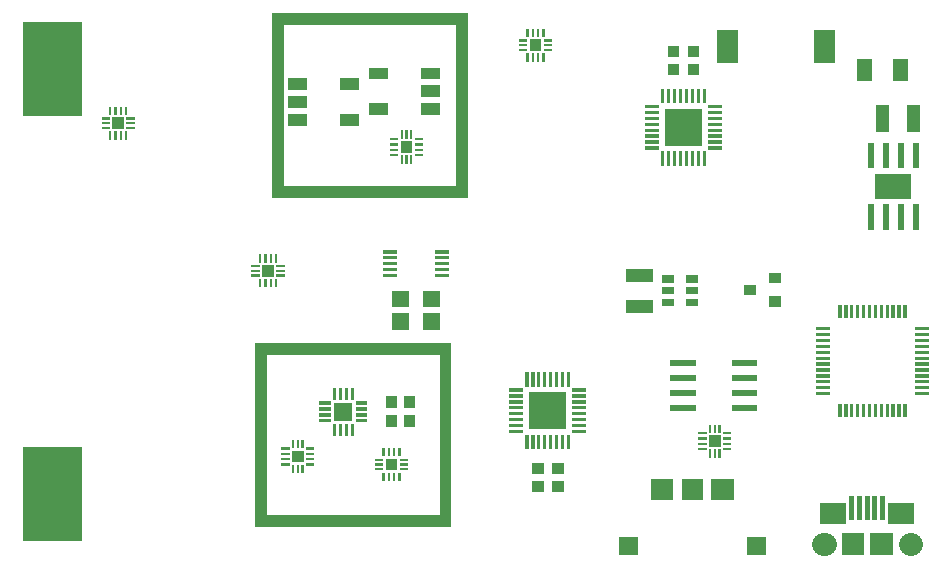
<source format=gtp>
G04 start of page 12 for group -4015 idx -4015 *
G04 Title: v2_0, toppaste *
G04 Creator: pcb 4.2.0 *
G04 CreationDate: Tue Sep 24 08:28:18 2019 UTC *
G04 For: user *
G04 Format: Gerber/RS-274X *
G04 PCB-Dimensions (mm): 140.00 90.00 *
G04 PCB-Coordinate-Origin: lower left *
%MOMM*%
%FSLAX43Y43*%
%LNGTP*%
%ADD148C,1.950*%
%ADD147C,0.002*%
G54D147*G36*
X64300Y30600D02*Y29700D01*
X65300D01*
Y30600D01*
X64300D01*
G37*
G36*
Y32100D02*Y31200D01*
X65300D01*
Y32100D01*
X64300D01*
G37*
G36*
X62600Y30600D02*Y29700D01*
X63600D01*
Y30600D01*
X62600D01*
G37*
G36*
Y32100D02*Y31200D01*
X63600D01*
Y32100D01*
X62600D01*
G37*
G36*
X39200Y42300D02*Y41300D01*
X55800D01*
Y42300D01*
X39200D01*
G37*
G36*
X55800D02*X54800D01*
Y26700D01*
X55800D01*
Y42300D01*
G37*
G36*
X39200Y27700D02*Y26700D01*
X55800D01*
Y27700D01*
X39200D01*
G37*
G36*
X40200Y42300D02*X39200D01*
Y26700D01*
X40200D01*
Y42300D01*
G37*
G36*
X46040Y35400D02*X45760Y35400D01*
X45760Y34410D01*
X46040Y34410D01*
X46040Y35400D01*
G37*
G36*
X46540Y35400D02*X46260Y35400D01*
X46260Y34410D01*
X46540Y34410D01*
X46540Y35400D01*
G37*
G36*
X47040Y35400D02*X46760Y35400D01*
X46760Y34410D01*
X47040Y34410D01*
X47040Y35400D01*
G37*
G36*
X47540Y35400D02*X47260Y35400D01*
X47260Y34410D01*
X47540Y34410D01*
X47540Y35400D01*
G37*
G36*
X47700Y35840D02*X47700Y35560D01*
X48690Y35560D01*
X48690Y35840D01*
X47700Y35840D01*
G37*
G36*
X47700Y36340D02*X47700Y36060D01*
X48690Y36060D01*
X48690Y36340D01*
X47700Y36340D01*
G37*
G36*
X48690Y36560D02*X48690Y36840D01*
X47700Y36840D01*
X47700Y36560D01*
X48690Y36560D01*
G37*
G36*
X48690Y37060D02*X48690Y37340D01*
X47700Y37340D01*
X47700Y37060D01*
X48690Y37060D01*
G37*
G36*
X47540Y38490D02*X47260Y38490D01*
X47260Y37500D01*
X47540Y37500D01*
X47540Y38490D01*
G37*
G36*
X47040Y38490D02*X46760Y38490D01*
X46760Y37500D01*
X47040Y37500D01*
X47040Y38490D01*
G37*
G36*
X46540Y38490D02*X46260Y38490D01*
X46260Y37500D01*
X46540Y37500D01*
X46540Y38490D01*
G37*
G36*
X46040Y38490D02*X45760Y38490D01*
X45760Y37500D01*
X46040Y37500D01*
X46040Y38490D01*
G37*
G36*
X44610Y37340D02*X44610Y37060D01*
X45600Y37060D01*
X45600Y37340D01*
X44610Y37340D01*
G37*
G36*
X44610Y36840D02*X44610Y36560D01*
X45600Y36560D01*
X45600Y36840D01*
X44610Y36840D01*
G37*
G36*
X45600Y36060D02*X45600Y36340D01*
X44610Y36340D01*
X44610Y36060D01*
X45600Y36060D01*
G37*
G36*
X45600Y35560D02*X45600Y35840D01*
X44610Y35840D01*
X44610Y35560D01*
X45600Y35560D01*
G37*
G36*
X45900Y37200D02*Y35700D01*
X47400D01*
Y37200D01*
X45900D01*
G37*
G36*
X52700Y36200D02*X51800D01*
Y35200D01*
X52700D01*
Y36200D01*
G37*
G36*
X51200D02*X50300D01*
Y35200D01*
X51200D01*
Y36200D01*
G37*
G36*
X52700Y37800D02*X51800D01*
Y36800D01*
X52700D01*
Y37800D01*
G37*
G36*
X51200D02*X50300D01*
Y36800D01*
X51200D01*
Y37800D01*
G37*
G36*
X51500Y31300D02*X51300D01*
Y30600D01*
X51500D01*
Y31300D01*
G37*
G36*
X51050D02*X50850D01*
Y30600D01*
X51050D01*
Y31300D01*
G37*
G36*
X50600D02*X50400D01*
Y30600D01*
X50600D01*
Y31300D01*
G37*
G36*
X50150D02*X49950D01*
Y30600D01*
X50150D01*
Y31300D01*
G37*
G36*
X51500Y33400D02*X51300D01*
Y32700D01*
X51500D01*
Y33400D01*
G37*
G36*
X51050D02*X50850D01*
Y32700D01*
X51050D01*
Y33400D01*
G37*
G36*
X50600D02*X50400D01*
Y32700D01*
X50600D01*
Y33400D01*
G37*
G36*
X50150D02*X49950D01*
Y32700D01*
X50150D01*
Y33400D01*
G37*
G36*
X49320Y32500D02*Y32300D01*
X50020D01*
Y32500D01*
X49320D01*
G37*
G36*
Y32100D02*Y31900D01*
X50020D01*
Y32100D01*
X49320D01*
G37*
G36*
Y31700D02*Y31500D01*
X50020D01*
Y31700D01*
X49320D01*
G37*
G36*
X51420Y32500D02*Y32300D01*
X52120D01*
Y32500D01*
X51420D01*
G37*
G36*
Y32100D02*Y31900D01*
X52120D01*
Y32100D01*
X51420D01*
G37*
G36*
Y31700D02*Y31500D01*
X52120D01*
Y31700D01*
X51420D01*
G37*
G36*
X50220Y32500D02*Y31500D01*
X51220D01*
Y32500D01*
X50220D01*
G37*
G36*
X41400Y32100D02*Y31900D01*
X42100D01*
Y32100D01*
X41400D01*
G37*
G36*
Y32550D02*Y32350D01*
X42100D01*
Y32550D01*
X41400D01*
G37*
G36*
Y33000D02*Y32800D01*
X42100D01*
Y33000D01*
X41400D01*
G37*
G36*
Y33450D02*Y33250D01*
X42100D01*
Y33450D01*
X41400D01*
G37*
G36*
X43500Y32100D02*Y31900D01*
X44200D01*
Y32100D01*
X43500D01*
G37*
G36*
Y32550D02*Y32350D01*
X44200D01*
Y32550D01*
X43500D01*
G37*
G36*
Y33000D02*Y32800D01*
X44200D01*
Y33000D01*
X43500D01*
G37*
G36*
Y33450D02*Y33250D01*
X44200D01*
Y33450D01*
X43500D01*
G37*
G36*
X43300Y34080D02*X43100D01*
Y33380D01*
X43300D01*
Y34080D01*
G37*
G36*
X42900D02*X42700D01*
Y33380D01*
X42900D01*
Y34080D01*
G37*
G36*
X42500D02*X42300D01*
Y33380D01*
X42500D01*
Y34080D01*
G37*
G36*
X43300Y31980D02*X43100D01*
Y31280D01*
X43300D01*
Y31980D01*
G37*
G36*
X42900D02*X42700D01*
Y31280D01*
X42900D01*
Y31980D01*
G37*
G36*
X42500D02*X42300D01*
Y31280D01*
X42500D01*
Y31980D01*
G37*
G36*
X42300Y33180D02*Y32180D01*
X43300D01*
Y33180D01*
X42300D01*
G37*
G36*
X24500Y69500D02*X19500D01*
Y61500D01*
X24500D01*
Y69500D01*
G37*
G36*
X53200Y62600D02*Y61600D01*
X54800D01*
Y62600D01*
X53200D01*
G37*
G36*
Y64100D02*Y63100D01*
X54800D01*
Y64100D01*
X53200D01*
G37*
G36*
Y65600D02*Y64600D01*
X54800D01*
Y65600D01*
X53200D01*
G37*
G36*
X48800Y62600D02*Y61600D01*
X50400D01*
Y62600D01*
X48800D01*
G37*
G36*
Y65600D02*Y64600D01*
X50400D01*
Y65600D01*
X48800D01*
G37*
G36*
X41050Y47700D02*X40850D01*
Y47000D01*
X41050D01*
Y47700D01*
G37*
G36*
X40600D02*X40400D01*
Y47000D01*
X40600D01*
Y47700D01*
G37*
G36*
X40150D02*X39950D01*
Y47000D01*
X40150D01*
Y47700D01*
G37*
G36*
X39700D02*X39500D01*
Y47000D01*
X39700D01*
Y47700D01*
G37*
G36*
X41050Y49800D02*X40850D01*
Y49100D01*
X41050D01*
Y49800D01*
G37*
G36*
X40600D02*X40400D01*
Y49100D01*
X40600D01*
Y49800D01*
G37*
G36*
X40150D02*X39950D01*
Y49100D01*
X40150D01*
Y49800D01*
G37*
G36*
X39700D02*X39500D01*
Y49100D01*
X39700D01*
Y49800D01*
G37*
G36*
X38870Y48900D02*Y48700D01*
X39570D01*
Y48900D01*
X38870D01*
G37*
G36*
Y48500D02*Y48300D01*
X39570D01*
Y48500D01*
X38870D01*
G37*
G36*
Y48100D02*Y47900D01*
X39570D01*
Y48100D01*
X38870D01*
G37*
G36*
X40970Y48900D02*Y48700D01*
X41670D01*
Y48900D01*
X40970D01*
G37*
G36*
Y48500D02*Y48300D01*
X41670D01*
Y48500D01*
X40970D01*
G37*
G36*
Y48100D02*Y47900D01*
X41670D01*
Y48100D01*
X40970D01*
G37*
G36*
X39770Y48900D02*Y47900D01*
X40770D01*
Y48900D01*
X39770D01*
G37*
G36*
X50800Y46700D02*Y45300D01*
X52200D01*
Y46700D01*
X50800D01*
G37*
G36*
X53400D02*Y45300D01*
X54800D01*
Y46700D01*
X53400D01*
G37*
G36*
Y44800D02*Y43400D01*
X54800D01*
Y44800D01*
X53400D01*
G37*
G36*
X50800D02*Y43400D01*
X52200D01*
Y44800D01*
X50800D01*
G37*
G36*
X54410Y48140D02*Y47860D01*
X55590D01*
Y48140D01*
X54410D01*
G37*
G36*
Y48640D02*Y48360D01*
X55590D01*
Y48640D01*
X54410D01*
G37*
G36*
Y49140D02*Y48860D01*
X55590D01*
Y49140D01*
X54410D01*
G37*
G36*
Y49640D02*Y49360D01*
X55590D01*
Y49640D01*
X54410D01*
G37*
G36*
Y50140D02*Y49860D01*
X55590D01*
Y50140D01*
X54410D01*
G37*
G36*
X50010Y48140D02*Y47860D01*
X51190D01*
Y48140D01*
X50010D01*
G37*
G36*
Y48640D02*Y48360D01*
X51190D01*
Y48640D01*
X50010D01*
G37*
G36*
Y49140D02*Y48860D01*
X51190D01*
Y49140D01*
X50010D01*
G37*
G36*
Y49640D02*Y49360D01*
X51190D01*
Y49640D01*
X50010D01*
G37*
G36*
Y50140D02*Y49860D01*
X51190D01*
Y50140D01*
X50010D01*
G37*
G36*
X63700Y66800D02*X63500D01*
Y66100D01*
X63700D01*
Y66800D01*
G37*
G36*
X63250D02*X63050D01*
Y66100D01*
X63250D01*
Y66800D01*
G37*
G36*
X62800D02*X62600D01*
Y66100D01*
X62800D01*
Y66800D01*
G37*
G36*
X62350D02*X62150D01*
Y66100D01*
X62350D01*
Y66800D01*
G37*
G36*
X63700Y68900D02*X63500D01*
Y68200D01*
X63700D01*
Y68900D01*
G37*
G36*
X63250D02*X63050D01*
Y68200D01*
X63250D01*
Y68900D01*
G37*
G36*
X62800D02*X62600D01*
Y68200D01*
X62800D01*
Y68900D01*
G37*
G36*
X62350D02*X62150D01*
Y68200D01*
X62350D01*
Y68900D01*
G37*
G36*
X61520Y68000D02*Y67800D01*
X62220D01*
Y68000D01*
X61520D01*
G37*
G36*
Y67600D02*Y67400D01*
X62220D01*
Y67600D01*
X61520D01*
G37*
G36*
Y67200D02*Y67000D01*
X62220D01*
Y67200D01*
X61520D01*
G37*
G36*
X63620Y68000D02*Y67800D01*
X64320D01*
Y68000D01*
X63620D01*
G37*
G36*
Y67600D02*Y67400D01*
X64320D01*
Y67600D01*
X63620D01*
G37*
G36*
Y67200D02*Y67000D01*
X64320D01*
Y67200D01*
X63620D01*
G37*
G36*
X62420Y68000D02*Y67000D01*
X63420D01*
Y68000D01*
X62420D01*
G37*
G36*
X74100Y67400D02*Y66500D01*
X75100D01*
Y67400D01*
X74100D01*
G37*
G36*
Y65900D02*Y65000D01*
X75100D01*
Y65900D01*
X74100D01*
G37*
G36*
X75800Y67400D02*Y66500D01*
X76800D01*
Y67400D01*
X75800D01*
G37*
G36*
Y65900D02*Y65000D01*
X76800D01*
Y65900D01*
X75800D01*
G37*
G36*
X72200Y62440D02*X72200Y62160D01*
X73400Y62160D01*
X73400Y62440D01*
X72200Y62440D01*
G37*
G36*
X72200Y61940D02*X72200Y61660D01*
X73400Y61660D01*
X73400Y61940D01*
X72200Y61940D01*
G37*
G36*
X72200Y61440D02*X72200Y61160D01*
X73400Y61160D01*
X73400Y61440D01*
X72200Y61440D01*
G37*
G36*
X72200Y60940D02*X72200Y60660D01*
X73400Y60660D01*
X73400Y60940D01*
X72200Y60940D01*
G37*
G36*
X72200Y60440D02*X72200Y60160D01*
X73400Y60160D01*
X73400Y60440D01*
X72200Y60440D01*
G37*
G36*
X72200Y59940D02*Y59660D01*
X73400D01*
Y59940D01*
X72200D01*
G37*
G36*
X72200Y59440D02*X72200Y59160D01*
X73400Y59160D01*
X73400Y59440D01*
X72200Y59440D01*
G37*
G36*
X72200Y58940D02*Y58660D01*
X73400D01*
Y58940D01*
X72200D01*
G37*
G36*
X73840Y58500D02*X73560Y58500D01*
X73560Y57300D01*
X73840Y57300D01*
X73840Y58500D01*
G37*
G36*
X74340Y58500D02*X74060Y58500D01*
X74060Y57300D01*
X74340Y57300D01*
X74340Y58500D01*
G37*
G36*
X74840Y58500D02*X74560Y58500D01*
X74560Y57300D01*
X74840Y57300D01*
X74840Y58500D01*
G37*
G36*
X75340Y58500D02*X75060Y58500D01*
X75060Y57300D01*
X75340Y57300D01*
X75340Y58500D01*
G37*
G36*
X75840Y58500D02*X75560Y58500D01*
X75560Y57300D01*
X75840Y57300D01*
X75840Y58500D01*
G37*
G36*
X76340Y58500D02*X76060D01*
Y57300D01*
X76340D01*
Y58500D01*
G37*
G36*
X76840Y58500D02*X76560Y58500D01*
X76560Y57300D01*
X76840Y57300D01*
X76840Y58500D01*
G37*
G36*
X77340Y58500D02*X77060D01*
Y57300D01*
X77340D01*
Y58500D01*
G37*
G36*
X73900Y62100D02*Y59000D01*
X77000D01*
Y62100D01*
X73900D01*
G37*
G36*
X73840Y63800D02*X73560Y63800D01*
X73560Y62600D01*
X73840Y62600D01*
X73840Y63800D01*
G37*
G36*
X74340Y63800D02*X74060Y63800D01*
X74060Y62600D01*
X74340Y62600D01*
X74340Y63800D01*
G37*
G36*
X74840Y63800D02*X74560Y63800D01*
X74560Y62600D01*
X74840Y62600D01*
X74840Y63800D01*
G37*
G36*
X75340Y63800D02*X75060Y63800D01*
X75060Y62600D01*
X75340Y62600D01*
X75340Y63800D01*
G37*
G36*
X75840Y63800D02*X75560Y63800D01*
X75560Y62600D01*
X75840Y62600D01*
X75840Y63800D01*
G37*
G36*
X76340Y63800D02*X76060D01*
Y62600D01*
X76340D01*
Y63800D01*
G37*
G36*
X76840Y63800D02*X76560Y63800D01*
X76560Y62600D01*
X76840Y62600D01*
X76840Y63800D01*
G37*
G36*
X77340Y63800D02*X77060Y63800D01*
X77060Y62600D01*
X77340Y62600D01*
X77340Y63800D01*
G37*
G36*
X77500Y62440D02*X77500Y62160D01*
X78700Y62160D01*
X78700Y62440D01*
X77500Y62440D01*
G37*
G36*
X77500Y61940D02*X77500Y61660D01*
X78700Y61660D01*
X78700Y61940D01*
X77500Y61940D01*
G37*
G36*
X77500Y61440D02*X77500Y61160D01*
X78700Y61160D01*
X78700Y61440D01*
X77500Y61440D01*
G37*
G36*
X77500Y60940D02*X77500Y60660D01*
X78700Y60660D01*
X78700Y60940D01*
X77500Y60940D01*
G37*
G36*
X77500Y60440D02*X77500Y60160D01*
X78700Y60160D01*
X78700Y60440D01*
X77500Y60440D01*
G37*
G36*
X77500Y59940D02*Y59660D01*
X78700D01*
Y59940D01*
X77500D01*
G37*
G36*
X77500Y59440D02*X77500Y59160D01*
X78700Y59160D01*
X78700Y59440D01*
X77500Y59440D01*
G37*
G36*
X77500Y58940D02*X77500Y58660D01*
X78700Y58660D01*
X78700Y58940D01*
X77500Y58940D01*
G37*
G36*
X66000Y34940D02*X66000Y34660D01*
X67200Y34660D01*
X67200Y34940D01*
X66000Y34940D01*
G37*
G36*
X66000Y35440D02*X66000Y35160D01*
X67200Y35160D01*
X67200Y35440D01*
X66000Y35440D01*
G37*
G36*
X66000Y35940D02*X66000Y35660D01*
X67200Y35660D01*
X67200Y35940D01*
X66000Y35940D01*
G37*
G36*
X66000Y36440D02*X66000Y36160D01*
X67200Y36160D01*
X67200Y36440D01*
X66000Y36440D01*
G37*
G36*
X66000Y36940D02*X66000Y36660D01*
X67200Y36660D01*
X67200Y36940D01*
X66000Y36940D01*
G37*
G36*
X66000Y37440D02*Y37160D01*
X67200D01*
Y37440D01*
X66000D01*
G37*
G36*
X66000Y37940D02*X66000Y37660D01*
X67200Y37660D01*
X67200Y37940D01*
X66000Y37940D01*
G37*
G36*
X66000Y38440D02*Y38160D01*
X67200D01*
Y38440D01*
X66000D01*
G37*
G36*
X65840Y39800D02*X65560Y39800D01*
X65560Y38600D01*
X65840Y38600D01*
X65840Y39800D01*
G37*
G36*
X65340Y39800D02*X65060Y39800D01*
X65060Y38600D01*
X65340Y38600D01*
X65340Y39800D01*
G37*
G36*
X64840Y39800D02*X64560Y39800D01*
X64560Y38600D01*
X64840Y38600D01*
X64840Y39800D01*
G37*
G36*
X64340Y39800D02*X64060Y39800D01*
X64060Y38600D01*
X64340Y38600D01*
X64340Y39800D01*
G37*
G36*
X63840Y39800D02*X63560Y39800D01*
X63560Y38600D01*
X63840Y38600D01*
X63840Y39800D01*
G37*
G36*
X63340Y39800D02*X63060D01*
Y38600D01*
X63340D01*
Y39800D01*
G37*
G36*
X62840Y39800D02*X62560Y39800D01*
X62560Y38600D01*
X62840Y38600D01*
X62840Y39800D01*
G37*
G36*
X62340Y39800D02*X62060D01*
Y38600D01*
X62340D01*
Y39800D01*
G37*
G36*
X62400Y38100D02*Y35000D01*
X65500D01*
Y38100D01*
X62400D01*
G37*
G36*
X65840Y34500D02*X65560Y34500D01*
X65560Y33300D01*
X65840Y33300D01*
X65840Y34500D01*
G37*
G36*
X65340Y34500D02*X65060Y34500D01*
X65060Y33300D01*
X65340Y33300D01*
X65340Y34500D01*
G37*
G36*
X64840Y34500D02*X64560Y34500D01*
X64560Y33300D01*
X64840Y33300D01*
X64840Y34500D01*
G37*
G36*
X64340Y34500D02*X64060Y34500D01*
X64060Y33300D01*
X64340Y33300D01*
X64340Y34500D01*
G37*
G36*
X63840Y34500D02*X63560Y34500D01*
X63560Y33300D01*
X63840Y33300D01*
X63840Y34500D01*
G37*
G36*
X63340Y34500D02*X63060D01*
Y33300D01*
X63340D01*
Y34500D01*
G37*
G36*
X62840Y34500D02*X62560Y34500D01*
X62560Y33300D01*
X62840Y33300D01*
X62840Y34500D01*
G37*
G36*
X62340Y34500D02*X62060Y34500D01*
X62060Y33300D01*
X62340Y33300D01*
X62340Y34500D01*
G37*
G36*
X60700Y34940D02*X60700Y34660D01*
X61900Y34660D01*
X61900Y34940D01*
X60700Y34940D01*
G37*
G36*
X60700Y35440D02*X60700Y35160D01*
X61900Y35160D01*
X61900Y35440D01*
X60700Y35440D01*
G37*
G36*
X60700Y35940D02*X60700Y35660D01*
X61900Y35660D01*
X61900Y35940D01*
X60700Y35940D01*
G37*
G36*
X60700Y36440D02*X60700Y36160D01*
X61900Y36160D01*
X61900Y36440D01*
X60700Y36440D01*
G37*
G36*
X60700Y36940D02*X60700Y36660D01*
X61900Y36660D01*
X61900Y36940D01*
X60700Y36940D01*
G37*
G36*
X60700Y37440D02*Y37160D01*
X61900D01*
Y37440D01*
X60700D01*
G37*
G36*
X60700Y37940D02*X60700Y37660D01*
X61900Y37660D01*
X61900Y37940D01*
X60700Y37940D01*
G37*
G36*
X60700Y38440D02*X60700Y38160D01*
X61900Y38160D01*
X61900Y38440D01*
X60700Y38440D01*
G37*
G36*
X94340Y45520D02*X94060D01*
Y44377D01*
X94340D01*
Y45520D01*
G37*
G36*
X93840D02*X93560D01*
Y44377D01*
X93840D01*
Y45520D01*
G37*
G36*
X93340D02*X93060D01*
Y44377D01*
X93340D01*
Y45520D01*
G37*
G36*
X92840D02*X92560D01*
Y44377D01*
X92840D01*
Y45520D01*
G37*
G36*
X92340D02*X92060D01*
Y44377D01*
X92340D01*
Y45520D01*
G37*
G36*
X91840D02*X91560D01*
Y44377D01*
X91840D01*
Y45520D01*
G37*
G36*
X91340D02*X91060D01*
Y44377D01*
X91340D01*
Y45520D01*
G37*
G36*
X90840D02*X90560D01*
Y44377D01*
X90840D01*
Y45520D01*
G37*
G36*
X90340D02*X90060D01*
Y44377D01*
X90340D01*
Y45520D01*
G37*
G36*
X89840D02*X89560D01*
Y44377D01*
X89840D01*
Y45520D01*
G37*
G36*
X89340D02*X89060D01*
Y44377D01*
X89340D01*
Y45520D01*
G37*
G36*
X88840D02*X88560D01*
Y44377D01*
X88840D01*
Y45520D01*
G37*
G36*
X86680Y43640D02*Y43360D01*
X87823D01*
Y43640D01*
X86680D01*
G37*
G36*
Y43140D02*Y42860D01*
X87823D01*
Y43140D01*
X86680D01*
G37*
G36*
Y42640D02*Y42360D01*
X87823D01*
Y42640D01*
X86680D01*
G37*
G36*
Y42140D02*Y41860D01*
X87823D01*
Y42140D01*
X86680D01*
G37*
G36*
Y41640D02*Y41360D01*
X87823D01*
Y41640D01*
X86680D01*
G37*
G36*
Y41140D02*Y40860D01*
X87823D01*
Y41140D01*
X86680D01*
G37*
G36*
Y40640D02*Y40360D01*
X87823D01*
Y40640D01*
X86680D01*
G37*
G36*
Y40140D02*Y39860D01*
X87823D01*
Y40140D01*
X86680D01*
G37*
G36*
Y39640D02*Y39360D01*
X87823D01*
Y39640D01*
X86680D01*
G37*
G36*
Y39140D02*Y38860D01*
X87823D01*
Y39140D01*
X86680D01*
G37*
G36*
Y38640D02*Y38360D01*
X87823D01*
Y38640D01*
X86680D01*
G37*
G36*
Y38140D02*Y37860D01*
X87823D01*
Y38140D01*
X86680D01*
G37*
G36*
X88840Y37123D02*X88560D01*
Y35980D01*
X88840D01*
Y37123D01*
G37*
G36*
X89340D02*X89060D01*
Y35980D01*
X89340D01*
Y37123D01*
G37*
G36*
X89840D02*X89560D01*
Y35980D01*
X89840D01*
Y37123D01*
G37*
G36*
X90340D02*X90060D01*
Y35980D01*
X90340D01*
Y37123D01*
G37*
G36*
X90840D02*X90560D01*
Y35980D01*
X90840D01*
Y37123D01*
G37*
G36*
X91340D02*X91060D01*
Y35980D01*
X91340D01*
Y37123D01*
G37*
G36*
X91840D02*X91560D01*
Y35980D01*
X91840D01*
Y37123D01*
G37*
G36*
X92340D02*X92060D01*
Y35980D01*
X92340D01*
Y37123D01*
G37*
G36*
X92840D02*X92560D01*
Y35980D01*
X92840D01*
Y37123D01*
G37*
G36*
X93340D02*X93060D01*
Y35980D01*
X93340D01*
Y37123D01*
G37*
G36*
X93840D02*X93560D01*
Y35980D01*
X93840D01*
Y37123D01*
G37*
G36*
X94340D02*X94060D01*
Y35980D01*
X94340D01*
Y37123D01*
G37*
G36*
X95077Y38140D02*Y37860D01*
X96220D01*
Y38140D01*
X95077D01*
G37*
G36*
Y38640D02*Y38360D01*
X96220D01*
Y38640D01*
X95077D01*
G37*
G36*
Y39140D02*Y38860D01*
X96220D01*
Y39140D01*
X95077D01*
G37*
G36*
Y39640D02*Y39360D01*
X96220D01*
Y39640D01*
X95077D01*
G37*
G36*
Y40140D02*Y39860D01*
X96220D01*
Y40140D01*
X95077D01*
G37*
G36*
Y40640D02*Y40360D01*
X96220D01*
Y40640D01*
X95077D01*
G37*
G36*
Y41140D02*Y40860D01*
X96220D01*
Y41140D01*
X95077D01*
G37*
G36*
Y41640D02*Y41360D01*
X96220D01*
Y41640D01*
X95077D01*
G37*
G36*
Y42140D02*Y41860D01*
X96220D01*
Y42140D01*
X95077D01*
G37*
G36*
Y42640D02*Y42360D01*
X96220D01*
Y42640D01*
X95077D01*
G37*
G36*
Y43140D02*Y42860D01*
X96220D01*
Y43140D01*
X95077D01*
G37*
G36*
Y43640D02*Y43360D01*
X96220D01*
Y43640D01*
X95077D01*
G37*
G36*
X79524Y37049D02*Y36541D01*
X81683D01*
Y37049D01*
X79524D01*
G37*
G36*
Y38319D02*Y37811D01*
X81683D01*
Y38319D01*
X79524D01*
G37*
G36*
Y39589D02*Y39081D01*
X81683D01*
Y39589D01*
X79524D01*
G37*
G36*
Y40859D02*Y40351D01*
X81683D01*
Y40859D01*
X79524D01*
G37*
G36*
X74317D02*Y40351D01*
X76476D01*
Y40859D01*
X74317D01*
G37*
G36*
Y39589D02*Y39081D01*
X76476D01*
Y39589D01*
X74317D01*
G37*
G36*
Y38319D02*Y37811D01*
X76476D01*
Y38319D01*
X74317D01*
G37*
G36*
Y37049D02*Y36541D01*
X76476D01*
Y37049D01*
X74317D01*
G37*
G36*
X76700Y33400D02*Y33200D01*
X77400D01*
Y33400D01*
X76700D01*
G37*
G36*
Y33850D02*Y33650D01*
X77400D01*
Y33850D01*
X76700D01*
G37*
G36*
Y34300D02*Y34100D01*
X77400D01*
Y34300D01*
X76700D01*
G37*
G36*
Y34750D02*Y34550D01*
X77400D01*
Y34750D01*
X76700D01*
G37*
G36*
X78800Y33400D02*Y33200D01*
X79500D01*
Y33400D01*
X78800D01*
G37*
G36*
Y33850D02*Y33650D01*
X79500D01*
Y33850D01*
X78800D01*
G37*
G36*
Y34300D02*Y34100D01*
X79500D01*
Y34300D01*
X78800D01*
G37*
G36*
Y34750D02*Y34550D01*
X79500D01*
Y34750D01*
X78800D01*
G37*
G36*
X78600Y35380D02*X78400D01*
Y34680D01*
X78600D01*
Y35380D01*
G37*
G36*
X78200D02*X78000D01*
Y34680D01*
X78200D01*
Y35380D01*
G37*
G36*
X77800D02*X77600D01*
Y34680D01*
X77800D01*
Y35380D01*
G37*
G36*
X78600Y33280D02*X78400D01*
Y32580D01*
X78600D01*
Y33280D01*
G37*
G36*
X78200D02*X78000D01*
Y32580D01*
X78200D01*
Y33280D01*
G37*
G36*
X77800D02*X77600D01*
Y32580D01*
X77800D01*
Y33280D01*
G37*
G36*
X77600Y34480D02*Y33480D01*
X78600D01*
Y34480D01*
X77600D01*
G37*
G36*
X70550Y45950D02*Y44850D01*
X72850D01*
Y45950D01*
X70550D01*
G37*
G36*
Y48550D02*Y47450D01*
X72850D01*
Y48550D01*
X70550D01*
G37*
G36*
X73592Y48005D02*Y47395D01*
X74608D01*
Y48005D01*
X73592D01*
G37*
G36*
Y47014D02*Y46405D01*
X74608D01*
Y47014D01*
X73592D01*
G37*
G36*
Y46024D02*Y45414D01*
X74608D01*
Y46024D01*
X73592D01*
G37*
G36*
X75675D02*Y45414D01*
X76691D01*
Y46024D01*
X75675D01*
G37*
G36*
Y47014D02*Y46405D01*
X76691D01*
Y47014D01*
X75675D01*
G37*
G36*
Y48005D02*Y47395D01*
X76691D01*
Y48005D01*
X75675D01*
G37*
G36*
X82692Y46232D02*Y45368D01*
X83708D01*
Y46232D01*
X82692D01*
G37*
G36*
X83708Y47349D02*X83708Y48213D01*
X82692Y48213D01*
X82692Y47349D01*
X83708Y47349D01*
G37*
G36*
X80609Y47222D02*Y46359D01*
X81625D01*
Y47222D01*
X80609D01*
G37*
G36*
X27000Y62300D02*X26800D01*
Y61600D01*
X27000D01*
Y62300D01*
G37*
G36*
X27450D02*X27250D01*
Y61600D01*
X27450D01*
Y62300D01*
G37*
G36*
X27900D02*X27700D01*
Y61600D01*
X27900D01*
Y62300D01*
G37*
G36*
X28350D02*X28150D01*
Y61600D01*
X28350D01*
Y62300D01*
G37*
G36*
X27000Y60200D02*X26800D01*
Y59500D01*
X27000D01*
Y60200D01*
G37*
G36*
X27450D02*X27250D01*
Y59500D01*
X27450D01*
Y60200D01*
G37*
G36*
X27900D02*X27700D01*
Y59500D01*
X27900D01*
Y60200D01*
G37*
G36*
X28350D02*X28150D01*
Y59500D01*
X28350D01*
Y60200D01*
G37*
G36*
X28280Y60600D02*Y60400D01*
X28980D01*
Y60600D01*
X28280D01*
G37*
G36*
Y61000D02*Y60800D01*
X28980D01*
Y61000D01*
X28280D01*
G37*
G36*
Y61400D02*Y61200D01*
X28980D01*
Y61400D01*
X28280D01*
G37*
G36*
X26180Y60600D02*Y60400D01*
X26880D01*
Y60600D01*
X26180D01*
G37*
G36*
Y61000D02*Y60800D01*
X26880D01*
Y61000D01*
X26180D01*
G37*
G36*
Y61400D02*Y61200D01*
X26880D01*
Y61400D01*
X26180D01*
G37*
G36*
X27080D02*Y60400D01*
X28080D01*
Y61400D01*
X27080D01*
G37*
G36*
X88300Y68800D02*X86500D01*
Y66000D01*
X88300D01*
Y68800D01*
G37*
G36*
X80100D02*X78300D01*
Y66000D01*
X80100D01*
Y68800D01*
G37*
G36*
X91549Y54026D02*X91041D01*
Y51867D01*
X91549D01*
Y54026D01*
G37*
G36*
X92819D02*X92311D01*
Y51867D01*
X92819D01*
Y54026D01*
G37*
G36*
X94089D02*X93581D01*
Y51867D01*
X94089D01*
Y54026D01*
G37*
G36*
X95359D02*X94851D01*
Y51867D01*
X95359D01*
Y54026D01*
G37*
G36*
Y59233D02*X94851D01*
Y57074D01*
X95359D01*
Y59233D01*
G37*
G36*
X94089D02*X93581D01*
Y57074D01*
X94089D01*
Y59233D01*
G37*
G36*
X92819D02*X92311D01*
Y57074D01*
X92819D01*
Y59233D01*
G37*
G36*
X91549D02*X91041D01*
Y57074D01*
X91549D01*
Y59233D01*
G37*
G36*
X91700Y56600D02*Y54500D01*
X94700D01*
Y56600D01*
X91700D01*
G37*
G36*
X92850Y62450D02*X91750D01*
Y60150D01*
X92850D01*
Y62450D01*
G37*
G36*
X95450D02*X94350D01*
Y60150D01*
X95450D01*
Y62450D01*
G37*
G36*
X80800Y25900D02*Y24300D01*
X82400D01*
Y25900D01*
X80800D01*
G37*
G36*
X70000D02*Y24300D01*
X71600D01*
Y25900D01*
X70000D01*
G37*
G36*
X77800Y30800D02*Y29000D01*
X79700D01*
Y30800D01*
X77800D01*
G37*
G36*
X72700D02*Y29000D01*
X74600D01*
Y30800D01*
X72700D01*
G37*
G36*
X75300D02*Y29000D01*
X77100D01*
Y30800D01*
X75300D01*
G37*
G36*
X24500Y33500D02*X19500D01*
Y25500D01*
X24500D01*
Y33500D01*
G37*
G36*
X94450Y66350D02*X93150D01*
Y64450D01*
X94450D01*
Y66350D01*
G37*
G36*
X91450D02*X90150D01*
Y64450D01*
X91450D01*
Y66350D01*
G37*
G36*
X50600Y58300D02*Y58100D01*
X51300D01*
Y58300D01*
X50600D01*
G37*
G36*
Y58750D02*Y58550D01*
X51300D01*
Y58750D01*
X50600D01*
G37*
G36*
Y59200D02*Y59000D01*
X51300D01*
Y59200D01*
X50600D01*
G37*
G36*
Y59650D02*Y59450D01*
X51300D01*
Y59650D01*
X50600D01*
G37*
G36*
X52700Y58300D02*Y58100D01*
X53400D01*
Y58300D01*
X52700D01*
G37*
G36*
Y58750D02*Y58550D01*
X53400D01*
Y58750D01*
X52700D01*
G37*
G36*
Y59200D02*Y59000D01*
X53400D01*
Y59200D01*
X52700D01*
G37*
G36*
Y59650D02*Y59450D01*
X53400D01*
Y59650D01*
X52700D01*
G37*
G36*
X52500Y60280D02*X52300D01*
Y59580D01*
X52500D01*
Y60280D01*
G37*
G36*
X52100D02*X51900D01*
Y59580D01*
X52100D01*
Y60280D01*
G37*
G36*
X51700D02*X51500D01*
Y59580D01*
X51700D01*
Y60280D01*
G37*
G36*
X52500Y58180D02*X52300D01*
Y57480D01*
X52500D01*
Y58180D01*
G37*
G36*
X52100D02*X51900D01*
Y57480D01*
X52100D01*
Y58180D01*
G37*
G36*
X51700D02*X51500D01*
Y57480D01*
X51700D01*
Y58180D01*
G37*
G36*
X51500Y59380D02*Y58380D01*
X52500D01*
Y59380D01*
X51500D01*
G37*
G36*
X40600Y70200D02*Y69200D01*
X57200D01*
Y70200D01*
X40600D01*
G37*
G36*
X57200D02*X56200D01*
Y54600D01*
X57200D01*
Y70200D01*
G37*
G36*
X40600Y55600D02*Y54600D01*
X57200D01*
Y55600D01*
X40600D01*
G37*
G36*
X41600Y70200D02*X40600D01*
Y54600D01*
X41600D01*
Y70200D01*
G37*
G36*
X42000Y64700D02*Y63700D01*
X43600D01*
Y64700D01*
X42000D01*
G37*
G36*
Y63200D02*Y62200D01*
X43600D01*
Y63200D01*
X42000D01*
G37*
G36*
Y61700D02*Y60700D01*
X43600D01*
Y61700D01*
X42000D01*
G37*
G36*
X46400Y64700D02*Y63700D01*
X48000D01*
Y64700D01*
X46400D01*
G37*
G36*
Y61700D02*Y60700D01*
X48000D01*
Y61700D01*
X46400D01*
G37*
G36*
X89900Y29300D02*X89500D01*
Y27300D01*
X89900D01*
Y29300D01*
G37*
G36*
X92500D02*X92100D01*
Y27300D01*
X92500D01*
Y29300D01*
G37*
G36*
X90550D02*X90150D01*
Y27300D01*
X90550D01*
Y29300D01*
G37*
G36*
X91850D02*X91450D01*
Y27300D01*
X91850D01*
Y29300D01*
G37*
G36*
X91200D02*X90800D01*
Y27300D01*
X91200D01*
Y29300D01*
G37*
G36*
X88850Y26200D02*Y24300D01*
X90750D01*
Y26200D01*
X88850D01*
G37*
G36*
X91250D02*Y24300D01*
X93150D01*
Y26200D01*
X91250D01*
G37*
G36*
X87000Y28700D02*Y27000D01*
X89200D01*
Y28700D01*
X87000D01*
G37*
G36*
X92800D02*Y27000D01*
X95000D01*
Y28700D01*
X92800D01*
G37*
G54D148*X87300Y25300D02*X87400D01*
X94600D02*X94700D01*
M02*

</source>
